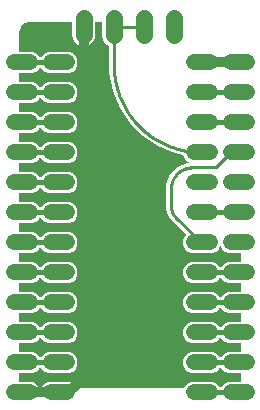
<source format=gbr>
G04 EAGLE Gerber RS-274X export*
G75*
%MOMM*%
%FSLAX34Y34*%
%LPD*%
%INBottom Copper*%
%IPPOS*%
%AMOC8*
5,1,8,0,0,1.08239X$1,22.5*%
G01*
%ADD10C,1.320800*%
%ADD11C,1.422400*%
%ADD12C,0.406400*%
%ADD13C,0.254000*%
%ADD14C,0.812800*%

G36*
X16007Y13970D02*
X16007Y13970D01*
X16007Y19299D01*
X23506Y19299D01*
X25272Y18948D01*
X26935Y18259D01*
X28432Y17259D01*
X29705Y15986D01*
X30705Y14489D01*
X30921Y13968D01*
X30924Y13967D01*
X30925Y13965D01*
X32321Y13965D01*
X32323Y13968D01*
X32325Y13968D01*
X32541Y14489D01*
X33541Y15986D01*
X34814Y17259D01*
X36311Y18259D01*
X37974Y18948D01*
X39740Y19299D01*
X47239Y19299D01*
X47239Y13970D01*
X47243Y13965D01*
X47244Y13965D01*
X47249Y13970D01*
X47249Y19299D01*
X54748Y19299D01*
X56514Y18948D01*
X58177Y18259D01*
X59674Y17259D01*
X60947Y15986D01*
X61947Y14489D01*
X62163Y13968D01*
X62166Y13967D01*
X62167Y13965D01*
X153479Y13965D01*
X153481Y13968D01*
X153483Y13968D01*
X154050Y15337D01*
X156621Y17908D01*
X159980Y19299D01*
X176824Y19299D01*
X180183Y17908D01*
X182754Y15337D01*
X183005Y14730D01*
X183008Y14729D01*
X183010Y14727D01*
X185036Y14727D01*
X185039Y14730D01*
X185041Y14730D01*
X185292Y15337D01*
X187863Y17908D01*
X191222Y19299D01*
X201930Y19299D01*
X201935Y19304D01*
X201934Y19304D01*
X201935Y19304D01*
X201935Y26416D01*
X201930Y26421D01*
X201930Y26420D01*
X201930Y26421D01*
X191222Y26421D01*
X187863Y27812D01*
X185292Y30383D01*
X185041Y30990D01*
X185038Y30991D01*
X185036Y30993D01*
X183010Y30993D01*
X183007Y30990D01*
X183005Y30990D01*
X182754Y30383D01*
X180183Y27812D01*
X176824Y26421D01*
X159980Y26421D01*
X156621Y27812D01*
X154050Y30383D01*
X152659Y33742D01*
X152659Y37378D01*
X154050Y40737D01*
X156621Y43308D01*
X159980Y44699D01*
X176824Y44699D01*
X180183Y43308D01*
X182754Y40737D01*
X183005Y40130D01*
X183008Y40129D01*
X183010Y40127D01*
X185036Y40127D01*
X185039Y40130D01*
X185041Y40130D01*
X185292Y40737D01*
X187863Y43308D01*
X191222Y44699D01*
X201930Y44699D01*
X201935Y44704D01*
X201934Y44704D01*
X201935Y44704D01*
X201935Y51816D01*
X201930Y51821D01*
X201930Y51820D01*
X201930Y51821D01*
X191222Y51821D01*
X187863Y53212D01*
X185292Y55783D01*
X185041Y56390D01*
X185038Y56391D01*
X185036Y56393D01*
X183010Y56393D01*
X183007Y56390D01*
X183005Y56390D01*
X182754Y55783D01*
X180183Y53212D01*
X176824Y51821D01*
X159980Y51821D01*
X156621Y53212D01*
X154050Y55783D01*
X152659Y59142D01*
X152659Y62778D01*
X154050Y66137D01*
X156621Y68708D01*
X159980Y70099D01*
X176824Y70099D01*
X180183Y68708D01*
X182754Y66137D01*
X183005Y65530D01*
X183008Y65529D01*
X183010Y65527D01*
X185036Y65527D01*
X185039Y65530D01*
X185041Y65530D01*
X185292Y66137D01*
X187863Y68708D01*
X191222Y70099D01*
X201930Y70099D01*
X201935Y70104D01*
X201934Y70104D01*
X201935Y70104D01*
X201935Y77216D01*
X201930Y77221D01*
X201930Y77220D01*
X201930Y77221D01*
X191222Y77221D01*
X187863Y78612D01*
X185292Y81183D01*
X185041Y81790D01*
X185038Y81791D01*
X185036Y81793D01*
X183010Y81793D01*
X183007Y81790D01*
X183005Y81790D01*
X182754Y81183D01*
X180183Y78612D01*
X176824Y77221D01*
X159980Y77221D01*
X156621Y78612D01*
X154050Y81183D01*
X152659Y84542D01*
X152659Y88178D01*
X154050Y91537D01*
X156621Y94108D01*
X159980Y95499D01*
X176824Y95499D01*
X180183Y94108D01*
X182754Y91537D01*
X183005Y90930D01*
X183008Y90929D01*
X183010Y90927D01*
X185036Y90927D01*
X185039Y90930D01*
X185041Y90930D01*
X185292Y91537D01*
X187863Y94108D01*
X191222Y95499D01*
X201930Y95499D01*
X201935Y95504D01*
X201934Y95504D01*
X201935Y95504D01*
X201935Y102616D01*
X201930Y102621D01*
X201930Y102620D01*
X201930Y102621D01*
X191222Y102621D01*
X187863Y104012D01*
X185292Y106583D01*
X185041Y107190D01*
X185038Y107191D01*
X185036Y107193D01*
X183010Y107193D01*
X183007Y107190D01*
X183005Y107190D01*
X182754Y106583D01*
X180183Y104012D01*
X176824Y102621D01*
X159980Y102621D01*
X156621Y104012D01*
X154050Y106583D01*
X152659Y109942D01*
X152659Y113578D01*
X154050Y116937D01*
X156621Y119508D01*
X159980Y120899D01*
X176824Y120899D01*
X180183Y119508D01*
X182754Y116937D01*
X183005Y116330D01*
X183008Y116329D01*
X183010Y116327D01*
X185036Y116327D01*
X185039Y116330D01*
X185041Y116330D01*
X185292Y116937D01*
X187863Y119508D01*
X191222Y120899D01*
X201930Y120899D01*
X201935Y120904D01*
X201934Y120904D01*
X201935Y120904D01*
X201935Y128016D01*
X201930Y128021D01*
X201930Y128020D01*
X201930Y128021D01*
X191222Y128021D01*
X187863Y129412D01*
X185292Y131983D01*
X184028Y135036D01*
X184026Y135037D01*
X184025Y135038D01*
X184024Y135038D01*
X184023Y135039D01*
X184023Y135038D01*
X184022Y135039D01*
X184021Y135037D01*
X184018Y135036D01*
X182754Y131983D01*
X180183Y129412D01*
X176824Y128021D01*
X159980Y128021D01*
X156621Y129412D01*
X154050Y131983D01*
X152659Y135342D01*
X152659Y138978D01*
X154050Y142337D01*
X155562Y143849D01*
X155563Y143852D01*
X155563Y143853D01*
X155563Y143856D01*
X155562Y143856D01*
X143279Y156139D01*
X143269Y156149D01*
X143266Y156153D01*
X140948Y158471D01*
X138435Y164538D01*
X138435Y167754D01*
X138435Y187029D01*
X141748Y195029D01*
X147871Y201152D01*
X155871Y204465D01*
X159365Y204465D01*
X159367Y204467D01*
X159369Y204468D01*
X159369Y204469D01*
X159370Y204470D01*
X159368Y204472D01*
X159367Y204475D01*
X156621Y205612D01*
X154050Y208183D01*
X152837Y211111D01*
X152835Y211112D01*
X152834Y211114D01*
X145510Y212571D01*
X131227Y218487D01*
X118373Y227076D01*
X107442Y238007D01*
X98853Y250861D01*
X92937Y265144D01*
X89921Y280306D01*
X89921Y303805D01*
X89918Y303808D01*
X89918Y303809D01*
X88261Y304495D01*
X85547Y307209D01*
X84079Y310755D01*
X84079Y323850D01*
X84074Y323855D01*
X84074Y323854D01*
X84074Y323855D01*
X77978Y323855D01*
X77973Y323850D01*
X77974Y323850D01*
X77973Y323850D01*
X77973Y319791D01*
X68326Y319791D01*
X58679Y319791D01*
X58679Y323850D01*
X58674Y323855D01*
X58674Y323854D01*
X58674Y323855D01*
X22860Y323855D01*
X22688Y323841D01*
X22246Y323807D01*
X21930Y323782D01*
X21488Y323747D01*
X21469Y323745D01*
X21468Y323745D01*
X18823Y322886D01*
X18822Y322885D01*
X18821Y322885D01*
X16571Y321250D01*
X16571Y321249D01*
X16570Y321249D01*
X14935Y318999D01*
X14935Y318998D01*
X14934Y318997D01*
X14075Y316352D01*
X14075Y316351D01*
X14068Y316270D01*
X14068Y316269D01*
X14067Y316260D01*
X14052Y316066D01*
X14051Y316056D01*
X14036Y315862D01*
X14035Y315852D01*
X14020Y315658D01*
X14019Y315648D01*
X14004Y315455D01*
X14003Y315445D01*
X13988Y315251D01*
X13987Y315241D01*
X13972Y315047D01*
X13971Y315037D01*
X13965Y314960D01*
X13965Y298704D01*
X13970Y298699D01*
X13970Y298700D01*
X13970Y298699D01*
X24424Y298699D01*
X27783Y297308D01*
X30354Y294737D01*
X30605Y294130D01*
X30608Y294129D01*
X30610Y294127D01*
X32636Y294127D01*
X32639Y294130D01*
X32641Y294130D01*
X32892Y294737D01*
X35463Y297308D01*
X38822Y298699D01*
X55666Y298699D01*
X59025Y297308D01*
X61596Y294737D01*
X62987Y291378D01*
X62987Y287742D01*
X61596Y284383D01*
X59025Y281812D01*
X55666Y280421D01*
X38822Y280421D01*
X35463Y281812D01*
X32892Y284383D01*
X32641Y284990D01*
X32638Y284991D01*
X32636Y284993D01*
X30610Y284993D01*
X30607Y284990D01*
X30605Y284990D01*
X30354Y284383D01*
X27783Y281812D01*
X24424Y280421D01*
X13970Y280421D01*
X13965Y280416D01*
X13966Y280416D01*
X13965Y280416D01*
X13965Y273304D01*
X13970Y273299D01*
X13970Y273300D01*
X13970Y273299D01*
X24424Y273299D01*
X27783Y271908D01*
X30354Y269337D01*
X30605Y268730D01*
X30608Y268729D01*
X30610Y268727D01*
X32636Y268727D01*
X32639Y268730D01*
X32641Y268730D01*
X32892Y269337D01*
X35463Y271908D01*
X38822Y273299D01*
X55666Y273299D01*
X59025Y271908D01*
X61596Y269337D01*
X62987Y265978D01*
X62987Y262342D01*
X61596Y258983D01*
X59025Y256412D01*
X55666Y255021D01*
X38822Y255021D01*
X35463Y256412D01*
X32892Y258983D01*
X32641Y259590D01*
X32638Y259591D01*
X32636Y259593D01*
X30610Y259593D01*
X30607Y259590D01*
X30605Y259590D01*
X30354Y258983D01*
X27783Y256412D01*
X24424Y255021D01*
X13970Y255021D01*
X13965Y255016D01*
X13966Y255016D01*
X13965Y255016D01*
X13965Y247904D01*
X13970Y247899D01*
X13970Y247900D01*
X13970Y247899D01*
X24424Y247899D01*
X27783Y246508D01*
X30354Y243937D01*
X30605Y243330D01*
X30608Y243329D01*
X30610Y243327D01*
X32636Y243327D01*
X32639Y243330D01*
X32641Y243330D01*
X32892Y243937D01*
X35463Y246508D01*
X38822Y247899D01*
X55666Y247899D01*
X59025Y246508D01*
X61596Y243937D01*
X62987Y240578D01*
X62987Y236942D01*
X61596Y233583D01*
X59025Y231012D01*
X55666Y229621D01*
X38822Y229621D01*
X35463Y231012D01*
X32892Y233583D01*
X32641Y234190D01*
X32638Y234191D01*
X32636Y234193D01*
X30610Y234193D01*
X30607Y234190D01*
X30605Y234190D01*
X30354Y233583D01*
X27783Y231012D01*
X24424Y229621D01*
X13970Y229621D01*
X13965Y229616D01*
X13966Y229616D01*
X13965Y229616D01*
X13965Y222504D01*
X13970Y222499D01*
X13970Y222500D01*
X13970Y222499D01*
X24424Y222499D01*
X27783Y221108D01*
X30354Y218537D01*
X30605Y217930D01*
X30608Y217929D01*
X30610Y217927D01*
X32636Y217927D01*
X32639Y217930D01*
X32641Y217930D01*
X32892Y218537D01*
X35463Y221108D01*
X38822Y222499D01*
X55666Y222499D01*
X59025Y221108D01*
X61596Y218537D01*
X62987Y215178D01*
X62987Y211542D01*
X61596Y208183D01*
X59025Y205612D01*
X55666Y204221D01*
X38822Y204221D01*
X35463Y205612D01*
X32892Y208183D01*
X32641Y208790D01*
X32638Y208791D01*
X32636Y208793D01*
X30610Y208793D01*
X30607Y208790D01*
X30605Y208790D01*
X30354Y208183D01*
X27783Y205612D01*
X24424Y204221D01*
X13970Y204221D01*
X13965Y204216D01*
X13966Y204216D01*
X13965Y204216D01*
X13965Y197104D01*
X13970Y197099D01*
X13970Y197100D01*
X13970Y197099D01*
X24424Y197099D01*
X27783Y195708D01*
X30354Y193137D01*
X30605Y192530D01*
X30608Y192529D01*
X30610Y192527D01*
X32636Y192527D01*
X32639Y192530D01*
X32641Y192530D01*
X32892Y193137D01*
X35463Y195708D01*
X38822Y197099D01*
X55666Y197099D01*
X59025Y195708D01*
X61596Y193137D01*
X62987Y189778D01*
X62987Y186142D01*
X61596Y182783D01*
X59025Y180212D01*
X55666Y178821D01*
X38822Y178821D01*
X35463Y180212D01*
X32892Y182783D01*
X32641Y183390D01*
X32638Y183391D01*
X32636Y183393D01*
X30610Y183393D01*
X30607Y183390D01*
X30605Y183390D01*
X30354Y182783D01*
X27783Y180212D01*
X24424Y178821D01*
X13970Y178821D01*
X13965Y178816D01*
X13966Y178816D01*
X13965Y178816D01*
X13965Y171704D01*
X13970Y171699D01*
X13970Y171700D01*
X13970Y171699D01*
X24424Y171699D01*
X27783Y170308D01*
X30354Y167737D01*
X30605Y167130D01*
X30608Y167129D01*
X30610Y167127D01*
X32636Y167127D01*
X32639Y167130D01*
X32641Y167130D01*
X32892Y167737D01*
X35463Y170308D01*
X38822Y171699D01*
X55666Y171699D01*
X59025Y170308D01*
X61596Y167737D01*
X62987Y164378D01*
X62987Y160742D01*
X61596Y157383D01*
X59025Y154812D01*
X55666Y153421D01*
X38822Y153421D01*
X35463Y154812D01*
X32892Y157383D01*
X32641Y157990D01*
X32638Y157991D01*
X32636Y157993D01*
X30610Y157993D01*
X30607Y157990D01*
X30605Y157990D01*
X30354Y157383D01*
X27783Y154812D01*
X24424Y153421D01*
X13970Y153421D01*
X13965Y153416D01*
X13966Y153416D01*
X13965Y153416D01*
X13965Y146304D01*
X13970Y146299D01*
X13970Y146300D01*
X13970Y146299D01*
X24424Y146299D01*
X27783Y144908D01*
X30354Y142337D01*
X30605Y141730D01*
X30608Y141729D01*
X30610Y141727D01*
X32636Y141727D01*
X32639Y141730D01*
X32641Y141730D01*
X32892Y142337D01*
X35463Y144908D01*
X38822Y146299D01*
X55666Y146299D01*
X59025Y144908D01*
X61596Y142337D01*
X62987Y138978D01*
X62987Y135342D01*
X61596Y131983D01*
X59025Y129412D01*
X55666Y128021D01*
X38822Y128021D01*
X35463Y129412D01*
X32892Y131983D01*
X32641Y132590D01*
X32638Y132591D01*
X32636Y132593D01*
X30610Y132593D01*
X30607Y132590D01*
X30605Y132590D01*
X30354Y131983D01*
X27783Y129412D01*
X24424Y128021D01*
X13970Y128021D01*
X13965Y128016D01*
X13966Y128016D01*
X13965Y128016D01*
X13965Y120904D01*
X13970Y120899D01*
X13970Y120900D01*
X13970Y120899D01*
X24424Y120899D01*
X27783Y119508D01*
X30354Y116937D01*
X30605Y116330D01*
X30608Y116329D01*
X30610Y116327D01*
X32636Y116327D01*
X32639Y116330D01*
X32641Y116330D01*
X32892Y116937D01*
X35463Y119508D01*
X38822Y120899D01*
X55666Y120899D01*
X59025Y119508D01*
X61596Y116937D01*
X62987Y113578D01*
X62987Y109942D01*
X61596Y106583D01*
X59025Y104012D01*
X55666Y102621D01*
X38822Y102621D01*
X35463Y104012D01*
X32892Y106583D01*
X32641Y107190D01*
X32638Y107191D01*
X32636Y107193D01*
X30610Y107193D01*
X30607Y107190D01*
X30605Y107190D01*
X30354Y106583D01*
X27783Y104012D01*
X24424Y102621D01*
X13970Y102621D01*
X13965Y102616D01*
X13966Y102616D01*
X13965Y102616D01*
X13965Y95504D01*
X13970Y95499D01*
X13970Y95500D01*
X13970Y95499D01*
X24424Y95499D01*
X27783Y94108D01*
X30354Y91537D01*
X30605Y90930D01*
X30608Y90929D01*
X30610Y90927D01*
X32636Y90927D01*
X32639Y90930D01*
X32641Y90930D01*
X32892Y91537D01*
X35463Y94108D01*
X38822Y95499D01*
X55666Y95499D01*
X59025Y94108D01*
X61596Y91537D01*
X62987Y88178D01*
X62987Y84542D01*
X61596Y81183D01*
X59025Y78612D01*
X55666Y77221D01*
X38822Y77221D01*
X35463Y78612D01*
X32892Y81183D01*
X32641Y81790D01*
X32638Y81791D01*
X32636Y81793D01*
X30610Y81793D01*
X30607Y81790D01*
X30605Y81790D01*
X30354Y81183D01*
X27783Y78612D01*
X24424Y77221D01*
X13970Y77221D01*
X13965Y77216D01*
X13966Y77216D01*
X13965Y77216D01*
X13965Y70104D01*
X13970Y70099D01*
X13970Y70100D01*
X13970Y70099D01*
X24424Y70099D01*
X27783Y68708D01*
X30354Y66137D01*
X30605Y65530D01*
X30608Y65529D01*
X30610Y65527D01*
X32636Y65527D01*
X32639Y65530D01*
X32641Y65530D01*
X32892Y66137D01*
X35463Y68708D01*
X38822Y70099D01*
X55666Y70099D01*
X59025Y68708D01*
X61596Y66137D01*
X62987Y62778D01*
X62987Y59142D01*
X61596Y55783D01*
X59025Y53212D01*
X55666Y51821D01*
X38822Y51821D01*
X35463Y53212D01*
X32892Y55783D01*
X32641Y56390D01*
X32638Y56391D01*
X32636Y56393D01*
X30610Y56393D01*
X30607Y56390D01*
X30605Y56390D01*
X30354Y55783D01*
X27783Y53212D01*
X24424Y51821D01*
X13970Y51821D01*
X13965Y51816D01*
X13966Y51816D01*
X13965Y51816D01*
X13965Y44704D01*
X13970Y44699D01*
X13970Y44700D01*
X13970Y44699D01*
X24424Y44699D01*
X27783Y43308D01*
X30354Y40737D01*
X30605Y40130D01*
X30608Y40129D01*
X30610Y40127D01*
X32636Y40127D01*
X32639Y40130D01*
X32641Y40130D01*
X32892Y40737D01*
X35463Y43308D01*
X38822Y44699D01*
X55666Y44699D01*
X59025Y43308D01*
X61596Y40737D01*
X62987Y37378D01*
X62987Y33742D01*
X61596Y30383D01*
X59025Y27812D01*
X55666Y26421D01*
X38822Y26421D01*
X35463Y27812D01*
X32892Y30383D01*
X32641Y30990D01*
X32638Y30991D01*
X32636Y30993D01*
X30610Y30993D01*
X30607Y30990D01*
X30605Y30990D01*
X30354Y30383D01*
X27783Y27812D01*
X24424Y26421D01*
X13970Y26421D01*
X13965Y26416D01*
X13966Y26416D01*
X13965Y26416D01*
X13965Y19304D01*
X13970Y19299D01*
X13970Y19300D01*
X13970Y19299D01*
X15997Y19299D01*
X15997Y13970D01*
X16001Y13965D01*
X16002Y13965D01*
X16007Y13970D01*
G37*
%LPC*%
G36*
X68331Y303027D02*
X68331Y303027D01*
X68331Y319781D01*
X77973Y319781D01*
X77973Y311724D01*
X77970Y311708D01*
X77967Y311693D01*
X77964Y311678D01*
X77962Y311668D01*
X77959Y311654D01*
X77956Y311639D01*
X77954Y311629D01*
X77951Y311614D01*
X77948Y311599D01*
X77943Y311574D01*
X77940Y311559D01*
X77936Y311534D01*
X77935Y311534D01*
X77933Y311519D01*
X77928Y311495D01*
X77925Y311480D01*
X77922Y311465D01*
X77920Y311455D01*
X77917Y311440D01*
X77914Y311425D01*
X77912Y311415D01*
X77909Y311400D01*
X77906Y311385D01*
X77901Y311360D01*
X77898Y311346D01*
X77898Y311345D01*
X77893Y311321D01*
X77890Y311306D01*
X77885Y311281D01*
X77882Y311266D01*
X77879Y311251D01*
X77877Y311241D01*
X77874Y311226D01*
X77871Y311211D01*
X77869Y311201D01*
X77866Y311187D01*
X77866Y311186D01*
X77863Y311172D01*
X77858Y311147D01*
X77855Y311132D01*
X77851Y311107D01*
X77850Y311107D01*
X77848Y311092D01*
X77843Y311067D01*
X77840Y311052D01*
X77837Y311037D01*
X77835Y311028D01*
X77835Y311027D01*
X77832Y311013D01*
X77829Y310998D01*
X77827Y310988D01*
X77824Y310973D01*
X77821Y310958D01*
X77816Y310933D01*
X77813Y310918D01*
X77808Y310893D01*
X77805Y310878D01*
X77800Y310854D01*
X77797Y310839D01*
X77794Y310824D01*
X77792Y310814D01*
X77789Y310799D01*
X77786Y310784D01*
X77784Y310774D01*
X77781Y310759D01*
X77778Y310744D01*
X77773Y310719D01*
X77770Y310705D01*
X77770Y310704D01*
X77766Y310680D01*
X77765Y310680D01*
X77763Y310665D01*
X77758Y310640D01*
X77755Y310625D01*
X77752Y310610D01*
X77750Y310600D01*
X77747Y310585D01*
X77744Y310570D01*
X77742Y310560D01*
X77739Y310546D01*
X77739Y310545D01*
X77736Y310531D01*
X77731Y310506D01*
X77728Y310491D01*
X77723Y310466D01*
X77720Y310451D01*
X77715Y310426D01*
X77712Y310411D01*
X77709Y310396D01*
X77707Y310387D01*
X77707Y310386D01*
X77704Y310372D01*
X77701Y310357D01*
X77699Y310347D01*
X77696Y310332D01*
X77693Y310317D01*
X77688Y310292D01*
X77685Y310277D01*
X77681Y310252D01*
X77680Y310252D01*
X77678Y310237D01*
X77673Y310213D01*
X77670Y310198D01*
X77667Y310183D01*
X77665Y310173D01*
X77662Y310158D01*
X77659Y310143D01*
X77657Y310133D01*
X77654Y310118D01*
X77651Y310103D01*
X77646Y310078D01*
X77643Y310064D01*
X77638Y310039D01*
X77635Y310024D01*
X77630Y309999D01*
X77627Y309984D01*
X77624Y309969D01*
X77622Y309959D01*
X77619Y309944D01*
X77616Y309929D01*
X77614Y309919D01*
X77611Y309905D01*
X77608Y309890D01*
X77606Y309880D01*
X77603Y309865D01*
X77602Y309860D01*
X76875Y308104D01*
X75819Y306524D01*
X74476Y305181D01*
X72896Y304125D01*
X71140Y303398D01*
X69276Y303027D01*
X68331Y303027D01*
G37*
%LPD*%
%LPC*%
G36*
X67376Y303027D02*
X67376Y303027D01*
X65512Y303398D01*
X63756Y304125D01*
X62176Y305181D01*
X60833Y306524D01*
X59777Y308104D01*
X59050Y309860D01*
X58679Y311724D01*
X58679Y319781D01*
X68321Y319781D01*
X68321Y303027D01*
X67376Y303027D01*
G37*
%LPD*%
D10*
X9398Y289560D02*
X22606Y289560D01*
X22606Y264160D02*
X9398Y264160D01*
X9398Y137160D02*
X22606Y137160D01*
X22606Y111760D02*
X9398Y111760D01*
X9398Y238760D02*
X22606Y238760D01*
X22606Y213360D02*
X9398Y213360D01*
X9398Y162560D02*
X22606Y162560D01*
X22606Y187960D02*
X9398Y187960D01*
X9398Y86360D02*
X22606Y86360D01*
X22606Y60960D02*
X9398Y60960D01*
X9398Y35560D02*
X22606Y35560D01*
X22606Y10160D02*
X9398Y10160D01*
X161798Y10160D02*
X175006Y10160D01*
X175006Y35560D02*
X161798Y35560D01*
X161798Y60960D02*
X175006Y60960D01*
X175006Y86360D02*
X161798Y86360D01*
X161798Y111760D02*
X175006Y111760D01*
X175006Y137160D02*
X161798Y137160D01*
X161798Y162560D02*
X175006Y162560D01*
X175006Y187960D02*
X161798Y187960D01*
X161798Y213360D02*
X175006Y213360D01*
X175006Y238760D02*
X161798Y238760D01*
X161798Y264160D02*
X175006Y264160D01*
X175006Y289560D02*
X161798Y289560D01*
X53848Y289560D02*
X40640Y289560D01*
X40640Y264160D02*
X53848Y264160D01*
X53848Y137160D02*
X40640Y137160D01*
X40640Y111760D02*
X53848Y111760D01*
X53848Y238760D02*
X40640Y238760D01*
X40640Y213360D02*
X53848Y213360D01*
X53848Y162560D02*
X40640Y162560D01*
X40640Y187960D02*
X53848Y187960D01*
X53848Y86360D02*
X40640Y86360D01*
X40640Y60960D02*
X53848Y60960D01*
X53848Y35560D02*
X40640Y35560D01*
X40640Y10160D02*
X53848Y10160D01*
X193040Y10160D02*
X206248Y10160D01*
X206248Y35560D02*
X193040Y35560D01*
X193040Y60960D02*
X206248Y60960D01*
X206248Y86360D02*
X193040Y86360D01*
X193040Y111760D02*
X206248Y111760D01*
X206248Y137160D02*
X193040Y137160D01*
X193040Y162560D02*
X206248Y162560D01*
X206248Y187960D02*
X193040Y187960D01*
X193040Y213360D02*
X206248Y213360D01*
X206248Y238760D02*
X193040Y238760D01*
X193040Y264160D02*
X206248Y264160D01*
X206248Y289560D02*
X193040Y289560D01*
D11*
X119380Y312928D02*
X119380Y327152D01*
X144780Y327152D02*
X144780Y312928D01*
X68326Y312674D02*
X68326Y326898D01*
X93726Y326898D02*
X93726Y312674D01*
D12*
X47244Y111760D02*
X16002Y111760D01*
X16002Y137160D02*
X47244Y137160D01*
X47244Y162560D02*
X16002Y162560D01*
X16002Y187960D02*
X47244Y187960D01*
X47244Y213360D02*
X16002Y213360D01*
X16002Y238760D02*
X47244Y238760D01*
X47244Y264160D02*
X16002Y264160D01*
X16002Y289560D02*
X47244Y289560D01*
X168402Y264160D02*
X199644Y264160D01*
X199644Y238760D02*
X168402Y238760D01*
X168402Y162560D02*
X199644Y162560D01*
D13*
X167640Y137160D02*
X145960Y158840D01*
X145749Y159057D01*
X145543Y159278D01*
X145342Y159504D01*
X145147Y159735D01*
X144957Y159970D01*
X144773Y160210D01*
X144595Y160454D01*
X144423Y160702D01*
X144256Y160955D01*
X144096Y161211D01*
X143942Y161471D01*
X143794Y161734D01*
X143652Y162001D01*
X143516Y162272D01*
X143388Y162545D01*
X143265Y162822D01*
X143150Y163101D01*
X143041Y163383D01*
X142938Y163667D01*
X142843Y163954D01*
X142754Y164243D01*
X142673Y164534D01*
X142598Y164827D01*
X142530Y165122D01*
X142469Y165418D01*
X142416Y165715D01*
X142369Y166014D01*
X142330Y166314D01*
X142297Y166614D01*
X142272Y166915D01*
X142254Y167217D01*
X142244Y167519D01*
X142240Y167821D01*
X142240Y182700D01*
X142245Y183134D01*
X142261Y183568D01*
X142287Y184001D01*
X142324Y184433D01*
X142371Y184865D01*
X142428Y185295D01*
X142496Y185724D01*
X142575Y186151D01*
X142663Y186575D01*
X142762Y186998D01*
X142871Y187418D01*
X142990Y187836D01*
X143119Y188250D01*
X143258Y188661D01*
X143407Y189069D01*
X143566Y189473D01*
X143734Y189873D01*
X143913Y190268D01*
X144100Y190660D01*
X144297Y191046D01*
X144504Y191428D01*
X144719Y191805D01*
X144944Y192176D01*
X145177Y192542D01*
X145419Y192902D01*
X145670Y193257D01*
X145929Y193605D01*
X146197Y193946D01*
X146473Y194281D01*
X146757Y194610D01*
X147048Y194931D01*
X147348Y195245D01*
X147655Y195552D01*
X147969Y195852D01*
X148290Y196143D01*
X148619Y196427D01*
X148954Y196703D01*
X149295Y196971D01*
X149643Y197230D01*
X149998Y197481D01*
X150358Y197723D01*
X150724Y197956D01*
X151095Y198181D01*
X151472Y198396D01*
X151854Y198603D01*
X152240Y198800D01*
X152632Y198987D01*
X153027Y199166D01*
X153427Y199334D01*
X153831Y199493D01*
X154239Y199642D01*
X154650Y199781D01*
X155064Y199910D01*
X155482Y200029D01*
X155902Y200138D01*
X156325Y200237D01*
X156749Y200325D01*
X157176Y200404D01*
X157605Y200472D01*
X158035Y200529D01*
X158467Y200576D01*
X158899Y200613D01*
X159332Y200639D01*
X159766Y200655D01*
X160200Y200660D01*
X180340Y200660D01*
X193040Y213360D01*
X168402Y137160D02*
X167640Y137160D01*
X193040Y213360D02*
X199644Y213360D01*
D14*
X119126Y319786D02*
X119157Y319788D01*
X119187Y319793D01*
X119216Y319803D01*
X119244Y319815D01*
X119270Y319831D01*
X119294Y319850D01*
X119316Y319872D01*
X119335Y319896D01*
X119351Y319922D01*
X119363Y319950D01*
X119373Y319979D01*
X119378Y320009D01*
X119380Y320040D01*
D13*
X119126Y319786D02*
X93726Y319786D01*
X93726Y288036D02*
X93748Y286232D01*
X93813Y284428D01*
X93922Y282627D01*
X94075Y280829D01*
X94270Y279035D01*
X94510Y277246D01*
X94792Y275464D01*
X95117Y273689D01*
X95485Y271922D01*
X95896Y270165D01*
X96349Y268418D01*
X96844Y266683D01*
X97381Y264960D01*
X97959Y263250D01*
X98579Y261556D01*
X99239Y259876D01*
X99940Y258213D01*
X100680Y256567D01*
X101460Y254940D01*
X102280Y253332D01*
X103138Y251745D01*
X104034Y250178D01*
X104967Y248634D01*
X105938Y247113D01*
X106945Y245615D01*
X107988Y244143D01*
X109066Y242696D01*
X110179Y241275D01*
X111326Y239882D01*
X112506Y238517D01*
X113719Y237180D01*
X114964Y235874D01*
X116240Y234598D01*
X117546Y233353D01*
X118883Y232140D01*
X120248Y230960D01*
X121641Y229813D01*
X123062Y228700D01*
X124509Y227622D01*
X125981Y226579D01*
X127479Y225572D01*
X129000Y224601D01*
X130544Y223668D01*
X132111Y222772D01*
X133698Y221914D01*
X135306Y221094D01*
X136933Y220314D01*
X138579Y219574D01*
X140242Y218873D01*
X141922Y218213D01*
X143616Y217593D01*
X145326Y217015D01*
X147049Y216478D01*
X148784Y215983D01*
X150531Y215530D01*
X152288Y215119D01*
X154055Y214751D01*
X155830Y214426D01*
X157612Y214144D01*
X159401Y213904D01*
X161195Y213709D01*
X162993Y213556D01*
X164794Y213447D01*
X166598Y213382D01*
X168402Y213360D01*
X93726Y288036D02*
X93726Y319786D01*
D12*
X47244Y86360D02*
X16002Y86360D01*
X16002Y60960D02*
X47244Y60960D01*
X47244Y35560D02*
X16002Y35560D01*
X168402Y10160D02*
X199644Y10160D01*
X199644Y35560D02*
X168402Y35560D01*
X168402Y60960D02*
X199644Y60960D01*
X199644Y86360D02*
X168402Y86360D01*
X168402Y111760D02*
X199644Y111760D01*
D14*
X47244Y10160D02*
X16002Y10160D01*
X47244Y10160D02*
X47753Y10166D01*
X48263Y10185D01*
X48771Y10215D01*
X49279Y10258D01*
X49785Y10314D01*
X50290Y10381D01*
X50793Y10461D01*
X51294Y10553D01*
X51793Y10657D01*
X52289Y10773D01*
X52782Y10900D01*
X53272Y11040D01*
X53759Y11192D01*
X54241Y11355D01*
X54720Y11530D01*
X55194Y11716D01*
X55663Y11914D01*
X56128Y12123D01*
X56587Y12344D01*
X57041Y12575D01*
X57490Y12817D01*
X57932Y13070D01*
X58368Y13334D01*
X58797Y13608D01*
X59220Y13892D01*
X59636Y14186D01*
X60044Y14491D01*
X60445Y14805D01*
X60839Y15129D01*
X61224Y15462D01*
X61601Y15804D01*
X61970Y16156D01*
X62330Y16516D01*
X62682Y16885D01*
X63024Y17262D01*
X63357Y17647D01*
X63681Y18041D01*
X63995Y18442D01*
X64300Y18850D01*
X64594Y19266D01*
X64878Y19689D01*
X65152Y20118D01*
X65416Y20554D01*
X65669Y20996D01*
X65911Y21445D01*
X66142Y21899D01*
X66363Y22358D01*
X66572Y22823D01*
X66770Y23292D01*
X66956Y23766D01*
X67131Y24245D01*
X67294Y24727D01*
X67446Y25214D01*
X67586Y25704D01*
X67713Y26197D01*
X67829Y26693D01*
X67933Y27192D01*
X68025Y27693D01*
X68105Y28196D01*
X68172Y28701D01*
X68228Y29207D01*
X68271Y29715D01*
X68301Y30223D01*
X68320Y30733D01*
X68326Y31242D01*
X68326Y319786D01*
X168402Y289560D02*
X199644Y289560D01*
M02*

</source>
